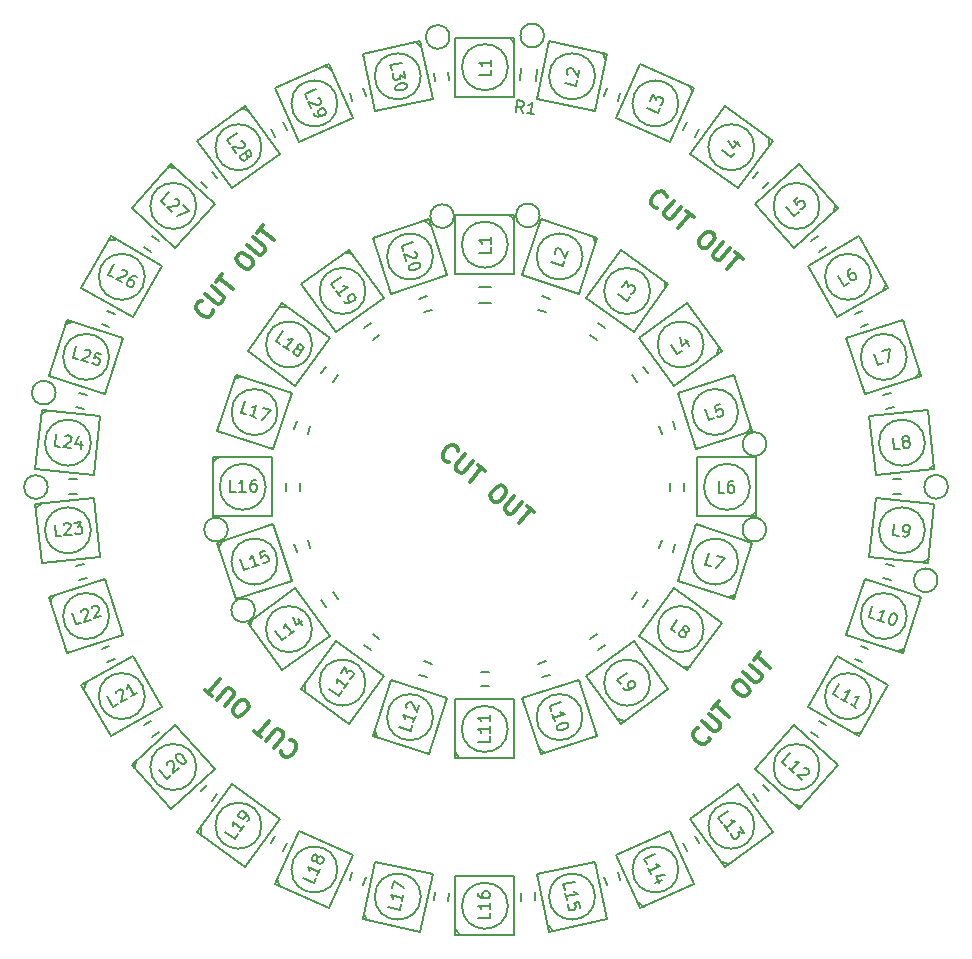
<source format=gto>
G04 #@! TF.FileFunction,Legend,Top*
%FSLAX46Y46*%
G04 Gerber Fmt 4.6, Leading zero omitted, Abs format (unit mm)*
G04 Created by KiCad (PCBNEW 4.0.1-stable) date 2/5/2016 11:19:16 AM*
%MOMM*%
G01*
G04 APERTURE LIST*
%ADD10C,0.100000*%
%ADD11C,0.300000*%
%ADD12C,0.150000*%
G04 APERTURE END LIST*
D10*
D11*
X148162418Y-93371754D02*
X148061786Y-93380558D01*
X147851721Y-93297535D01*
X147742286Y-93205708D01*
X147624047Y-93013251D01*
X147606438Y-92811989D01*
X147643548Y-92656641D01*
X147772484Y-92391857D01*
X147910224Y-92227705D01*
X148148596Y-92054749D01*
X148295140Y-91991227D01*
X148496402Y-91973619D01*
X148706467Y-92056641D01*
X148815902Y-92148468D01*
X148934141Y-92340926D01*
X148942945Y-92441558D01*
X149527230Y-92745343D02*
X148746702Y-93675540D01*
X148709592Y-93830887D01*
X148718396Y-93931519D01*
X148781918Y-94078063D01*
X149000787Y-94261716D01*
X149156136Y-94298826D01*
X149256767Y-94290022D01*
X149403311Y-94226501D01*
X150183839Y-93296303D01*
X150566861Y-93617697D02*
X151223471Y-94168658D01*
X149930985Y-95042245D02*
X150895167Y-93893178D01*
X152700842Y-95408320D02*
X152919712Y-95591973D01*
X152983234Y-95738518D01*
X153000842Y-95939780D01*
X152871905Y-96204562D01*
X152550512Y-96587585D01*
X152312140Y-96760542D01*
X152110879Y-96778150D01*
X151955530Y-96741040D01*
X151736661Y-96557386D01*
X151673139Y-96410843D01*
X151655531Y-96209581D01*
X151784467Y-95944797D01*
X152105861Y-95561775D01*
X152344232Y-95388819D01*
X152545494Y-95371211D01*
X152700842Y-95408320D01*
X153685757Y-96234761D02*
X152905229Y-97164958D01*
X152868119Y-97320306D01*
X152876923Y-97420938D01*
X152940445Y-97567481D01*
X153159315Y-97751135D01*
X153314663Y-97788245D01*
X153415294Y-97779440D01*
X153561839Y-97715919D01*
X154342367Y-96785722D01*
X154725389Y-97107116D02*
X155381998Y-97658077D01*
X154089513Y-98531664D02*
X155053694Y-97382597D01*
X134677582Y-116948246D02*
X134778214Y-116939442D01*
X134988279Y-117022465D01*
X135097714Y-117114292D01*
X135215953Y-117306749D01*
X135233562Y-117508011D01*
X135196452Y-117663359D01*
X135067516Y-117928143D01*
X134929776Y-118092295D01*
X134691404Y-118265251D01*
X134544860Y-118328773D01*
X134343598Y-118346381D01*
X134133533Y-118263359D01*
X134024098Y-118171532D01*
X133905859Y-117979074D01*
X133897055Y-117878442D01*
X133312770Y-117574657D02*
X134093298Y-116644460D01*
X134130408Y-116489113D01*
X134121604Y-116388481D01*
X134058082Y-116241937D01*
X133839213Y-116058284D01*
X133683864Y-116021174D01*
X133583233Y-116029978D01*
X133436689Y-116093499D01*
X132656161Y-117023697D01*
X132273139Y-116702303D02*
X131616529Y-116151342D01*
X132909015Y-115277755D02*
X131944833Y-116426822D01*
X130139158Y-114911680D02*
X129920288Y-114728027D01*
X129856766Y-114581482D01*
X129839158Y-114380220D01*
X129968095Y-114115438D01*
X130289488Y-113732415D01*
X130527860Y-113559458D01*
X130729121Y-113541850D01*
X130884470Y-113578960D01*
X131103339Y-113762614D01*
X131166861Y-113909157D01*
X131184469Y-114110419D01*
X131055533Y-114375203D01*
X130734139Y-114758225D01*
X130495768Y-114931181D01*
X130294506Y-114948789D01*
X130139158Y-114911680D01*
X129154243Y-114085239D02*
X129934771Y-113155042D01*
X129971881Y-112999694D01*
X129963077Y-112899062D01*
X129899555Y-112752519D01*
X129680685Y-112568865D01*
X129525337Y-112531755D01*
X129424706Y-112540560D01*
X129278161Y-112604081D01*
X128497633Y-113534278D01*
X128114611Y-113212884D02*
X127458002Y-112661923D01*
X128750487Y-111788336D02*
X127786306Y-112937403D01*
X170201754Y-116717582D02*
X170210558Y-116818214D01*
X170127535Y-117028279D01*
X170035708Y-117137714D01*
X169843251Y-117255953D01*
X169641989Y-117273562D01*
X169486641Y-117236452D01*
X169221857Y-117107516D01*
X169057705Y-116969776D01*
X168884749Y-116731404D01*
X168821227Y-116584860D01*
X168803619Y-116383598D01*
X168886641Y-116173533D01*
X168978468Y-116064098D01*
X169170926Y-115945859D01*
X169271558Y-115937055D01*
X169575343Y-115352770D02*
X170505540Y-116133298D01*
X170660887Y-116170408D01*
X170761519Y-116161604D01*
X170908063Y-116098082D01*
X171091716Y-115879213D01*
X171128826Y-115723864D01*
X171120022Y-115623233D01*
X171056501Y-115476689D01*
X170126303Y-114696161D01*
X170447697Y-114313139D02*
X170998658Y-113656529D01*
X171872245Y-114949015D02*
X170723178Y-113984833D01*
X172238320Y-112179158D02*
X172421973Y-111960288D01*
X172568518Y-111896766D01*
X172769780Y-111879158D01*
X173034562Y-112008095D01*
X173417585Y-112329488D01*
X173590542Y-112567860D01*
X173608150Y-112769121D01*
X173571040Y-112924470D01*
X173387386Y-113143339D01*
X173240843Y-113206861D01*
X173039581Y-113224469D01*
X172774797Y-113095533D01*
X172391775Y-112774139D01*
X172218819Y-112535768D01*
X172201211Y-112334506D01*
X172238320Y-112179158D01*
X173064761Y-111194243D02*
X173994958Y-111974771D01*
X174150306Y-112011881D01*
X174250938Y-112003077D01*
X174397481Y-111939555D01*
X174581135Y-111720685D01*
X174618245Y-111565337D01*
X174609440Y-111464706D01*
X174545919Y-111318161D01*
X173615722Y-110537633D01*
X173937116Y-110154611D02*
X174488077Y-109498002D01*
X175361664Y-110790487D02*
X174212597Y-109826306D01*
X128151754Y-80537582D02*
X128160558Y-80638214D01*
X128077535Y-80848279D01*
X127985708Y-80957714D01*
X127793251Y-81075953D01*
X127591989Y-81093562D01*
X127436641Y-81056452D01*
X127171857Y-80927516D01*
X127007705Y-80789776D01*
X126834749Y-80551404D01*
X126771227Y-80404860D01*
X126753619Y-80203598D01*
X126836641Y-79993533D01*
X126928468Y-79884098D01*
X127120926Y-79765859D01*
X127221558Y-79757055D01*
X127525343Y-79172770D02*
X128455540Y-79953298D01*
X128610887Y-79990408D01*
X128711519Y-79981604D01*
X128858063Y-79918082D01*
X129041716Y-79699213D01*
X129078826Y-79543864D01*
X129070022Y-79443233D01*
X129006501Y-79296689D01*
X128076303Y-78516161D01*
X128397697Y-78133139D02*
X128948658Y-77476529D01*
X129822245Y-78769015D02*
X128673178Y-77804833D01*
X130188320Y-75999158D02*
X130371973Y-75780288D01*
X130518518Y-75716766D01*
X130719780Y-75699158D01*
X130984562Y-75828095D01*
X131367585Y-76149488D01*
X131540542Y-76387860D01*
X131558150Y-76589121D01*
X131521040Y-76744470D01*
X131337386Y-76963339D01*
X131190843Y-77026861D01*
X130989581Y-77044469D01*
X130724797Y-76915533D01*
X130341775Y-76594139D01*
X130168819Y-76355768D01*
X130151211Y-76154506D01*
X130188320Y-75999158D01*
X131014761Y-75014243D02*
X131944958Y-75794771D01*
X132100306Y-75831881D01*
X132200938Y-75823077D01*
X132347481Y-75759555D01*
X132531135Y-75540685D01*
X132568245Y-75385337D01*
X132559440Y-75284706D01*
X132495919Y-75138161D01*
X131565722Y-74357633D01*
X131887116Y-73974611D02*
X132438077Y-73318002D01*
X133311664Y-74610487D02*
X132162597Y-73646306D01*
X165802418Y-71881754D02*
X165701786Y-71890558D01*
X165491721Y-71807535D01*
X165382286Y-71715708D01*
X165264047Y-71523251D01*
X165246438Y-71321989D01*
X165283548Y-71166641D01*
X165412484Y-70901857D01*
X165550224Y-70737705D01*
X165788596Y-70564749D01*
X165935140Y-70501227D01*
X166136402Y-70483619D01*
X166346467Y-70566641D01*
X166455902Y-70658468D01*
X166574141Y-70850926D01*
X166582945Y-70951558D01*
X167167230Y-71255343D02*
X166386702Y-72185540D01*
X166349592Y-72340887D01*
X166358396Y-72441519D01*
X166421918Y-72588063D01*
X166640787Y-72771716D01*
X166796136Y-72808826D01*
X166896767Y-72800022D01*
X167043311Y-72736501D01*
X167823839Y-71806303D01*
X168206861Y-72127697D02*
X168863471Y-72678658D01*
X167570985Y-73552245D02*
X168535167Y-72403178D01*
X170340842Y-73918320D02*
X170559712Y-74101973D01*
X170623234Y-74248518D01*
X170640842Y-74449780D01*
X170511905Y-74714562D01*
X170190512Y-75097585D01*
X169952140Y-75270542D01*
X169750879Y-75288150D01*
X169595530Y-75251040D01*
X169376661Y-75067386D01*
X169313139Y-74920843D01*
X169295531Y-74719581D01*
X169424467Y-74454797D01*
X169745861Y-74071775D01*
X169984232Y-73898819D01*
X170185494Y-73881211D01*
X170340842Y-73918320D01*
X171325757Y-74744761D02*
X170545229Y-75674958D01*
X170508119Y-75830306D01*
X170516923Y-75930938D01*
X170580445Y-76077481D01*
X170799315Y-76261135D01*
X170954663Y-76298245D01*
X171055294Y-76289440D01*
X171201839Y-76225919D01*
X171982367Y-75295722D01*
X172365389Y-75617116D02*
X173021998Y-76168077D01*
X171729513Y-77041664D02*
X172693694Y-75892597D01*
D12*
X174331010Y-122057294D02*
X173862618Y-121537093D01*
X174754392Y-120734136D02*
X175222784Y-121254337D01*
X162653398Y-62120639D02*
X162437086Y-62786379D01*
X161295818Y-62415559D02*
X161512130Y-61749819D01*
X169334540Y-65232561D02*
X168984540Y-65838779D01*
X167945310Y-65238779D02*
X168295310Y-64632561D01*
X175222679Y-69665568D02*
X174754287Y-70185769D01*
X173862513Y-69382812D02*
X174330905Y-68862611D01*
X180060473Y-75225915D02*
X179494161Y-75637365D01*
X178788819Y-74666545D02*
X179355131Y-74255095D01*
X183636488Y-81670590D02*
X182997006Y-81955306D01*
X182508922Y-80859052D02*
X183148404Y-80574336D01*
X185794434Y-88717928D02*
X185109730Y-88863467D01*
X184860236Y-87689690D02*
X185544940Y-87544151D01*
X186439999Y-96059929D02*
X185739999Y-96059929D01*
X185739999Y-94859929D02*
X186439999Y-94859929D01*
X185544970Y-103375710D02*
X184860266Y-103230171D01*
X185109760Y-102056394D02*
X185794464Y-102201933D01*
X183148461Y-110345535D02*
X182508979Y-110060819D01*
X182997063Y-108964565D02*
X183636545Y-109249281D01*
X179355214Y-116664790D02*
X178788902Y-116253340D01*
X179494244Y-115282520D02*
X180060556Y-115693970D01*
X168295432Y-126287368D02*
X167945432Y-125681150D01*
X168984662Y-125081150D02*
X169334662Y-125687368D01*
X161512264Y-129170136D02*
X161295952Y-128504396D01*
X162437220Y-128133576D02*
X162653532Y-128799316D01*
X154277963Y-130579609D02*
X154204793Y-129883443D01*
X155398219Y-129758009D02*
X155471389Y-130454175D01*
X146908703Y-130454184D02*
X146981873Y-129758018D01*
X148175299Y-129883452D02*
X148102129Y-130579618D01*
X139726557Y-128799345D02*
X139942869Y-128133605D01*
X141084137Y-128504425D02*
X140867825Y-129170165D01*
X133045418Y-125687415D02*
X133395418Y-125081197D01*
X134434648Y-125681197D02*
X134084648Y-126287415D01*
X127157285Y-121254400D02*
X127625677Y-120734199D01*
X128517451Y-121537156D02*
X128049059Y-122057357D01*
X122319499Y-115694046D02*
X122885811Y-115282596D01*
X123591153Y-116253416D02*
X123024841Y-116664866D01*
X118743492Y-109249367D02*
X119382974Y-108964651D01*
X119871058Y-110060905D02*
X119231576Y-110345621D01*
X116585555Y-102202025D02*
X117270259Y-102056486D01*
X117519753Y-103230263D02*
X116835049Y-103375802D01*
X115940000Y-94860023D02*
X116640000Y-94860023D01*
X116640000Y-96060023D02*
X115940000Y-96060023D01*
X116835039Y-87544243D02*
X117519743Y-87689782D01*
X117270249Y-88863559D02*
X116585545Y-88718020D01*
X119231557Y-80574421D02*
X119871039Y-80859137D01*
X119382955Y-81955391D02*
X118743473Y-81670675D01*
X123024813Y-74255171D02*
X123591125Y-74666621D01*
X122885783Y-75637441D02*
X122319471Y-75225991D01*
X128049024Y-68862673D02*
X128517416Y-69382874D01*
X127625642Y-70185831D02*
X127157250Y-69665630D01*
X134084608Y-64632608D02*
X134434608Y-65238826D01*
X133395378Y-65838826D02*
X133045378Y-65232608D01*
X140867780Y-61749849D02*
X141084092Y-62415589D01*
X139942824Y-62786409D02*
X139726512Y-62120669D01*
X148102083Y-60340386D02*
X148175253Y-61036552D01*
X146981827Y-61161986D02*
X146908657Y-60465820D01*
X114840000Y-87520000D02*
G75*
G03X114840000Y-87520000I-1000000J0D01*
G01*
X156190000Y-57280000D02*
G75*
G03X156190000Y-57280000I-1000000J0D01*
G01*
X114170000Y-95510000D02*
G75*
G03X114170000Y-95510000I-1000000J0D01*
G01*
X190390000Y-95490000D02*
G75*
G03X190390000Y-95490000I-1000000J0D01*
G01*
X189510000Y-103400000D02*
G75*
G03X189510000Y-103400000I-1000000J0D01*
G01*
X148200000Y-57400000D02*
G75*
G03X148200000Y-57400000I-1000000J0D01*
G01*
X155583567Y-60153296D02*
X155479038Y-61147818D01*
X154136433Y-61006704D02*
X154240962Y-60012182D01*
X138698277Y-63029138D02*
G75*
G03X138698277Y-63029138I-1947434J0D01*
G01*
X138155219Y-60159865D02*
X137698124Y-59870791D01*
X137698124Y-59870791D02*
X137718461Y-59916468D01*
X133450138Y-61762116D02*
X135483821Y-66329843D01*
X135483821Y-66329843D02*
X140051548Y-64296160D01*
X140051548Y-64296160D02*
X138017865Y-59728433D01*
X138017865Y-59728433D02*
X133450138Y-61762116D01*
X132271050Y-66739902D02*
G75*
G03X132271050Y-66739902I-1947435J0D01*
G01*
X131100747Y-63641343D02*
X130593538Y-63453621D01*
X130593538Y-63453621D02*
X130622928Y-63494072D01*
X126831609Y-66186823D02*
X129770536Y-70231908D01*
X129770536Y-70231908D02*
X133815621Y-67292981D01*
X133815621Y-67292981D02*
X130876694Y-63247896D01*
X130876694Y-63247896D02*
X126831609Y-66186823D01*
X126755784Y-71705872D02*
G75*
G03X126755784Y-71705872I-1947434J0D01*
G01*
X124924273Y-68513449D02*
X124389119Y-68435284D01*
X124389119Y-68435284D02*
X124426276Y-68468741D01*
X121277661Y-71890908D02*
X124993386Y-75236561D01*
X124993386Y-75236561D02*
X128339039Y-71520836D01*
X128339039Y-71520836D02*
X124623314Y-68175183D01*
X124623314Y-68175183D02*
X121277661Y-71890908D01*
X122393524Y-77710013D02*
G75*
G03X122393524Y-77710013I-1947434J0D01*
G01*
X119895738Y-74563251D02*
X119356026Y-74598058D01*
X119356026Y-74598058D02*
X119399328Y-74623058D01*
X117031026Y-78625077D02*
X121361154Y-81125077D01*
X121361154Y-81125077D02*
X123861154Y-76794949D01*
X123861154Y-76794949D02*
X119531026Y-74294949D01*
X119531026Y-74294949D02*
X117031026Y-78625077D01*
X119374921Y-84489914D02*
G75*
G03X119374921Y-84489914I-1947434J0D01*
G01*
X116234913Y-81526341D02*
X115714232Y-81672600D01*
X115714232Y-81672600D02*
X115761785Y-81688051D01*
X114277303Y-86095013D02*
X119032586Y-87640098D01*
X119032586Y-87640098D02*
X120577671Y-82884815D01*
X120577671Y-82884815D02*
X115822388Y-81339730D01*
X115822388Y-81339730D02*
X114277303Y-86095013D01*
X117831904Y-91749261D02*
G75*
G03X117831904Y-91749261I-1947434J0D01*
G01*
X114101795Y-89098399D02*
X113622901Y-89349718D01*
X113622901Y-89349718D02*
X113672628Y-89354944D01*
X113136844Y-93974245D02*
X118109454Y-94496887D01*
X118109454Y-94496887D02*
X118632096Y-89524277D01*
X118632096Y-89524277D02*
X113659486Y-89001635D01*
X113659486Y-89001635D02*
X113136844Y-93974245D01*
X117831910Y-99170785D02*
G75*
G03X117831910Y-99170785I-1947435J0D01*
G01*
X113589610Y-96948490D02*
X113173434Y-97293884D01*
X113173434Y-97293884D02*
X113223160Y-97288658D01*
X113659491Y-101918411D02*
X118632101Y-101395769D01*
X118632101Y-101395769D02*
X118109459Y-96423159D01*
X118109459Y-96423159D02*
X113136849Y-96945801D01*
X113136849Y-96945801D02*
X113659491Y-101918411D01*
X119374936Y-106430130D02*
G75*
G03X119374936Y-106430130I-1947434J0D01*
G01*
X114720745Y-104733526D02*
X114385474Y-105157901D01*
X114385474Y-105157901D02*
X114433027Y-105142450D01*
X115822403Y-109580314D02*
X120577686Y-108035229D01*
X120577686Y-108035229D02*
X119032601Y-103279946D01*
X119032601Y-103279946D02*
X114277318Y-104825031D01*
X114277318Y-104825031D02*
X115822403Y-109580314D01*
X122393548Y-113210027D02*
G75*
G03X122393548Y-113210027I-1947434J0D01*
G01*
X117445762Y-112113265D02*
X117206050Y-112598072D01*
X117206050Y-112598072D02*
X117249352Y-112573072D01*
X119531050Y-116625091D02*
X123861178Y-114125091D01*
X123861178Y-114125091D02*
X121361178Y-109794963D01*
X121361178Y-109794963D02*
X117031050Y-112294963D01*
X117031050Y-112294963D02*
X119531050Y-116625091D01*
X126755817Y-119214162D02*
G75*
G03X126755817Y-119214162I-1947435J0D01*
G01*
X121645565Y-118765175D02*
X121511889Y-119289227D01*
X121511889Y-119289227D02*
X121549046Y-119255771D01*
X124623346Y-122744851D02*
X128339071Y-119399198D01*
X128339071Y-119399198D02*
X124993418Y-115683473D01*
X124993418Y-115683473D02*
X121277693Y-119029126D01*
X121277693Y-119029126D02*
X124623346Y-122744851D01*
X132271088Y-124180125D02*
G75*
G03X132271088Y-124180125I-1947434J0D01*
G01*
X127136603Y-124398536D02*
X127114804Y-124938929D01*
X127114804Y-124938929D02*
X127144194Y-124898478D01*
X130876733Y-127672131D02*
X133815660Y-123627046D01*
X133815660Y-123627046D02*
X129770575Y-120688119D01*
X129770575Y-120688119D02*
X126831648Y-124733204D01*
X126831648Y-124733204D02*
X130876733Y-127672131D01*
X138698322Y-127890880D02*
G75*
G03X138698322Y-127890880I-1947435J0D01*
G01*
X133678891Y-128767143D02*
X133769923Y-129300260D01*
X133769923Y-129300260D02*
X133790259Y-129254583D01*
X138017909Y-131191585D02*
X140051592Y-126623858D01*
X140051592Y-126623858D02*
X135483865Y-124590175D01*
X135483865Y-124590175D02*
X133450182Y-129157902D01*
X133450182Y-129157902D02*
X138017909Y-131191585D01*
X145756612Y-130184249D02*
G75*
G03X145756612Y-130184249I-1947434J0D01*
G01*
X140986497Y-131680068D02*
X141186381Y-132182608D01*
X141186381Y-132182608D02*
X141196777Y-132133700D01*
X145734768Y-133149397D02*
X146774326Y-128258659D01*
X146774326Y-128258659D02*
X141883588Y-127219101D01*
X141883588Y-127219101D02*
X140844030Y-132109839D01*
X140844030Y-132109839D02*
X145734768Y-133149397D01*
X153137481Y-130959999D02*
G75*
G03X153137481Y-130959999I-1947434J0D01*
G01*
X148740047Y-133009999D02*
X149040047Y-133459999D01*
X149040047Y-133459999D02*
X149040047Y-133409999D01*
X153690047Y-133459999D02*
X153690047Y-128459999D01*
X153690047Y-128459999D02*
X148690047Y-128459999D01*
X148690047Y-128459999D02*
X148690047Y-133459999D01*
X148690047Y-133459999D02*
X153690047Y-133459999D01*
X160518348Y-130184229D02*
G75*
G03X160518348Y-130184229I-1947434J0D01*
G01*
X156600671Y-132698815D02*
X156987676Y-133076608D01*
X156987676Y-133076608D02*
X156977280Y-133027701D01*
X161536062Y-132109819D02*
X160496504Y-127219081D01*
X160496504Y-127219081D02*
X155605766Y-128258639D01*
X155605766Y-128258639D02*
X156645324Y-133149377D01*
X156645324Y-133149377D02*
X161536062Y-132109819D01*
X167576634Y-127890841D02*
G75*
G03X167576634Y-127890841I-1947434J0D01*
G01*
X164224824Y-130760114D02*
X164681919Y-131049188D01*
X164681919Y-131049188D02*
X164661582Y-131003511D01*
X168929905Y-129157863D02*
X166896222Y-124590136D01*
X166896222Y-124590136D02*
X162328495Y-126623819D01*
X162328495Y-126623819D02*
X164362178Y-131191546D01*
X164362178Y-131191546D02*
X168929905Y-129157863D01*
X179519115Y-119214091D02*
G75*
G03X179519115Y-119214091I-1947434J0D01*
G01*
X177455758Y-122406514D02*
X177990912Y-122484679D01*
X177990912Y-122484679D02*
X177953755Y-122451222D01*
X181102370Y-119029055D02*
X177386645Y-115683402D01*
X177386645Y-115683402D02*
X174040992Y-119399127D01*
X174040992Y-119399127D02*
X177756717Y-122744780D01*
X177756717Y-122744780D02*
X181102370Y-119029055D01*
X183881367Y-113209944D02*
G75*
G03X183881367Y-113209944I-1947434J0D01*
G01*
X182484285Y-116356706D02*
X183023997Y-116321899D01*
X183023997Y-116321899D02*
X182980695Y-116296899D01*
X185348997Y-112294880D02*
X181018869Y-109794880D01*
X181018869Y-109794880D02*
X178518869Y-114125008D01*
X178518869Y-114125008D02*
X182848997Y-116625008D01*
X182848997Y-116625008D02*
X185348997Y-112294880D01*
X186899961Y-106430039D02*
G75*
G03X186899961Y-106430039I-1947434J0D01*
G01*
X186145101Y-109393612D02*
X186665782Y-109247353D01*
X186665782Y-109247353D02*
X186618229Y-109231902D01*
X188102711Y-104824940D02*
X183347428Y-103279855D01*
X183347428Y-103279855D02*
X181802343Y-108035138D01*
X181802343Y-108035138D02*
X186557626Y-109580223D01*
X186557626Y-109580223D02*
X188102711Y-104824940D01*
X188442968Y-99170690D02*
G75*
G03X188442968Y-99170690I-1947434J0D01*
G01*
X188278209Y-101821552D02*
X188757103Y-101570233D01*
X188757103Y-101570233D02*
X188707376Y-101565007D01*
X189243160Y-96945706D02*
X184270550Y-96423064D01*
X184270550Y-96423064D02*
X183747908Y-101395674D01*
X183747908Y-101395674D02*
X188720518Y-101918316D01*
X188720518Y-101918316D02*
X189243160Y-96945706D01*
X188442954Y-91749166D02*
G75*
G03X188442954Y-91749166I-1947435J0D01*
G01*
X188790384Y-93971461D02*
X189206560Y-93626067D01*
X189206560Y-93626067D02*
X189156834Y-93631293D01*
X188720503Y-89001540D02*
X183747893Y-89524182D01*
X183747893Y-89524182D02*
X184270535Y-94496792D01*
X184270535Y-94496792D02*
X189243145Y-93974150D01*
X189243145Y-93974150D02*
X188720503Y-89001540D01*
X186899916Y-84489823D02*
G75*
G03X186899916Y-84489823I-1947434J0D01*
G01*
X187659239Y-86186427D02*
X187994510Y-85762052D01*
X187994510Y-85762052D02*
X187946957Y-85777503D01*
X186557581Y-81339639D02*
X181802298Y-82884724D01*
X181802298Y-82884724D02*
X183347383Y-87640007D01*
X183347383Y-87640007D02*
X188102666Y-86094922D01*
X188102666Y-86094922D02*
X186557581Y-81339639D01*
X179519020Y-71705801D02*
G75*
G03X179519020Y-71705801I-1947435J0D01*
G01*
X180734402Y-72154788D02*
X180868078Y-71630736D01*
X180868078Y-71630736D02*
X180830921Y-71664192D01*
X177756621Y-68175112D02*
X174040896Y-71520765D01*
X174040896Y-71520765D02*
X177386549Y-75236490D01*
X177386549Y-75236490D02*
X181102274Y-71890837D01*
X181102274Y-71890837D02*
X177756621Y-68175112D01*
X174003740Y-66739846D02*
G75*
G03X174003740Y-66739846I-1947434J0D01*
G01*
X175243357Y-66521435D02*
X175265156Y-65981042D01*
X175265156Y-65981042D02*
X175235766Y-66021493D01*
X171503227Y-63247840D02*
X168564300Y-67292925D01*
X168564300Y-67292925D02*
X172609385Y-70231852D01*
X172609385Y-70231852D02*
X175548312Y-66186767D01*
X175548312Y-66186767D02*
X171503227Y-63247840D01*
X167576504Y-63029099D02*
G75*
G03X167576504Y-63029099I-1947435J0D01*
G01*
X168701065Y-62152836D02*
X168610033Y-61619719D01*
X168610033Y-61619719D02*
X168589697Y-61665396D01*
X164362047Y-59728394D02*
X162328364Y-64296121D01*
X162328364Y-64296121D02*
X166896091Y-66329804D01*
X166896091Y-66329804D02*
X168929774Y-61762077D01*
X168929774Y-61762077D02*
X164362047Y-59728394D01*
X160518208Y-60735740D02*
G75*
G03X160518208Y-60735740I-1947434J0D01*
G01*
X161393455Y-59239921D02*
X161193571Y-58737381D01*
X161193571Y-58737381D02*
X161183175Y-58786289D01*
X156645184Y-57770592D02*
X155605626Y-62661330D01*
X155605626Y-62661330D02*
X160496364Y-63700888D01*
X160496364Y-63700888D02*
X161535922Y-58810150D01*
X161535922Y-58810150D02*
X156645184Y-57770592D01*
X174003857Y-124180069D02*
G75*
G03X174003857Y-124180069I-1947435J0D01*
G01*
X171279290Y-127278628D02*
X171786499Y-127466350D01*
X171786499Y-127466350D02*
X171757109Y-127425899D01*
X175548428Y-124733148D02*
X172609501Y-120688063D01*
X172609501Y-120688063D02*
X168564416Y-123626990D01*
X168564416Y-123626990D02*
X171503343Y-127672075D01*
X171503343Y-127672075D02*
X175548428Y-124733148D01*
X183881296Y-77709931D02*
G75*
G03X183881296Y-77709931I-1947434J0D01*
G01*
X184934214Y-78806693D02*
X185173926Y-78321886D01*
X185173926Y-78321886D02*
X185130624Y-78346886D01*
X182848926Y-74294867D02*
X178518798Y-76794867D01*
X178518798Y-76794867D02*
X181018798Y-81124995D01*
X181018798Y-81124995D02*
X185348926Y-78624995D01*
X185348926Y-78624995D02*
X182848926Y-74294867D01*
X153137434Y-59960000D02*
G75*
G03X153137434Y-59960000I-1947434J0D01*
G01*
X153640000Y-57910000D02*
X153340000Y-57460000D01*
X153340000Y-57460000D02*
X153340000Y-57510000D01*
X148690000Y-57460000D02*
X148690000Y-62460000D01*
X148690000Y-62460000D02*
X153690000Y-62460000D01*
X153690000Y-62460000D02*
X153690000Y-57460000D01*
X153690000Y-57460000D02*
X148690000Y-57460000D01*
X145756565Y-60735760D02*
G75*
G03X145756565Y-60735760I-1947434J0D01*
G01*
X145779374Y-58221174D02*
X145392369Y-57843381D01*
X145392369Y-57843381D02*
X145402765Y-57892288D01*
X140843983Y-58810170D02*
X141883541Y-63700908D01*
X141883541Y-63700908D02*
X146774279Y-62661350D01*
X146774279Y-62661350D02*
X145734721Y-57770612D01*
X145734721Y-57770612D02*
X140843983Y-58810170D01*
X156052540Y-79361210D02*
X156718280Y-79577522D01*
X156347460Y-80718790D02*
X155681720Y-80502478D01*
X160799515Y-81648865D02*
X161365827Y-82060315D01*
X160660485Y-83031135D02*
X160094173Y-82619685D01*
X164609685Y-85304173D02*
X165021135Y-85870485D01*
X164050315Y-86575827D02*
X163638865Y-86009515D01*
X167092478Y-89951720D02*
X167308790Y-90617460D01*
X166167522Y-90988280D02*
X165951210Y-90322540D01*
X168030000Y-95140000D02*
X168030000Y-95840000D01*
X166830000Y-95840000D02*
X166830000Y-95140000D01*
X167308790Y-100362540D02*
X167092478Y-101028280D01*
X165951210Y-100657460D02*
X166167522Y-99991720D01*
X165011135Y-105099515D02*
X164599685Y-105665827D01*
X163628865Y-104960485D02*
X164040315Y-104394173D01*
X161365827Y-108919685D02*
X160799515Y-109331135D01*
X160094173Y-108360315D02*
X160660485Y-107948865D01*
X156718280Y-111402478D02*
X156052540Y-111618790D01*
X155681720Y-110477522D02*
X156347460Y-110261210D01*
X151530000Y-112340000D02*
X150830000Y-112340000D01*
X150830000Y-111140000D02*
X151530000Y-111140000D01*
X146307460Y-111618790D02*
X145641720Y-111402478D01*
X146012540Y-110261210D02*
X146678280Y-110477522D01*
X141560485Y-109331135D02*
X140994173Y-108919685D01*
X141699515Y-107948865D02*
X142265827Y-108360315D01*
X137750315Y-105675827D02*
X137338865Y-105109515D01*
X138309685Y-104404173D02*
X138721135Y-104970485D01*
X135267522Y-101028280D02*
X135051210Y-100362540D01*
X136192478Y-99991720D02*
X136408790Y-100657460D01*
X134330000Y-95840000D02*
X134330000Y-95140000D01*
X135530000Y-95140000D02*
X135530000Y-95840000D01*
X135051210Y-90617460D02*
X135267522Y-89951720D01*
X136408790Y-90322540D02*
X136192478Y-90988280D01*
X137338865Y-85870485D02*
X137750315Y-85304173D01*
X138721135Y-86009515D02*
X138309685Y-86575827D01*
X140994173Y-82060315D02*
X141560485Y-81648865D01*
X142265827Y-82619685D02*
X141699515Y-83031135D01*
X145641720Y-79577522D02*
X146307460Y-79361210D01*
X146678280Y-80502478D02*
X146012540Y-80718790D01*
X155820000Y-72510000D02*
G75*
G03X155820000Y-72510000I-1000000J0D01*
G01*
X131720000Y-105940000D02*
G75*
G03X131720000Y-105940000I-1000000J0D01*
G01*
X129420000Y-99110000D02*
G75*
G03X129420000Y-99110000I-1000000J0D01*
G01*
X148570000Y-72570000D02*
G75*
G03X148570000Y-72570000I-1000000J0D01*
G01*
X175000000Y-99110000D02*
G75*
G03X175000000Y-99110000I-1000000J0D01*
G01*
X175020000Y-91870000D02*
G75*
G03X175020000Y-91870000I-1000000J0D01*
G01*
X151680000Y-79915000D02*
X150680000Y-79915000D01*
X150680000Y-78565000D02*
X151680000Y-78565000D01*
X153127434Y-74990000D02*
G75*
G03X153127434Y-74990000I-1947434J0D01*
G01*
X153630000Y-72940000D02*
X153330000Y-72490000D01*
X153330000Y-72490000D02*
X153330000Y-72540000D01*
X148680000Y-72490000D02*
X148680000Y-77490000D01*
X148680000Y-77490000D02*
X153680000Y-77490000D01*
X153680000Y-77490000D02*
X153680000Y-72490000D01*
X153680000Y-72490000D02*
X148680000Y-72490000D01*
X159457434Y-75990000D02*
G75*
G03X159457434Y-75990000I-1947434J0D01*
G01*
X160473573Y-74797426D02*
X160327314Y-74276745D01*
X160327314Y-74276745D02*
X160311863Y-74324298D01*
X155904901Y-72839816D02*
X154359816Y-77595099D01*
X154359816Y-77595099D02*
X159115099Y-79140184D01*
X159115099Y-79140184D02*
X160660184Y-74384901D01*
X160660184Y-74384901D02*
X155904901Y-72839816D01*
X165177434Y-78910000D02*
G75*
G03X165177434Y-78910000I-1947434J0D01*
G01*
X166417051Y-78691589D02*
X166438850Y-78151196D01*
X166438850Y-78151196D02*
X166409460Y-78191647D01*
X162676921Y-75417994D02*
X159737994Y-79463079D01*
X159737994Y-79463079D02*
X163783079Y-82402006D01*
X163783079Y-82402006D02*
X166722006Y-78356921D01*
X166722006Y-78356921D02*
X162676921Y-75417994D01*
X169707435Y-83440000D02*
G75*
G03X169707435Y-83440000I-1947435J0D01*
G01*
X170858559Y-84217132D02*
X171046281Y-83709923D01*
X171046281Y-83709923D02*
X171005830Y-83739313D01*
X168313079Y-79947994D02*
X164267994Y-82886921D01*
X164267994Y-82886921D02*
X167206921Y-86932006D01*
X167206921Y-86932006D02*
X171252006Y-83993079D01*
X171252006Y-83993079D02*
X168313079Y-79947994D01*
X172627434Y-89160000D02*
G75*
G03X172627434Y-89160000I-1947434J0D01*
G01*
X173386757Y-90856604D02*
X173722028Y-90432229D01*
X173722028Y-90432229D02*
X173674475Y-90447680D01*
X172285099Y-86009816D02*
X167529816Y-87554901D01*
X167529816Y-87554901D02*
X169074901Y-92310184D01*
X169074901Y-92310184D02*
X173830184Y-90765099D01*
X173830184Y-90765099D02*
X172285099Y-86009816D01*
X173627434Y-95490000D02*
G75*
G03X173627434Y-95490000I-1947434J0D01*
G01*
X173730000Y-97940000D02*
X174180000Y-97640000D01*
X174180000Y-97640000D02*
X174130000Y-97640000D01*
X174180000Y-92990000D02*
X169180000Y-92990000D01*
X169180000Y-92990000D02*
X169180000Y-97990000D01*
X169180000Y-97990000D02*
X174180000Y-97990000D01*
X174180000Y-97990000D02*
X174180000Y-92990000D01*
X172627434Y-101820000D02*
G75*
G03X172627434Y-101820000I-1947434J0D01*
G01*
X171872574Y-104783573D02*
X172393255Y-104637314D01*
X172393255Y-104637314D02*
X172345702Y-104621863D01*
X173830184Y-100214901D02*
X169074901Y-98669816D01*
X169074901Y-98669816D02*
X167529816Y-103425099D01*
X167529816Y-103425099D02*
X172285099Y-104970184D01*
X172285099Y-104970184D02*
X173830184Y-100214901D01*
X169707434Y-107540000D02*
G75*
G03X169707434Y-107540000I-1947434J0D01*
G01*
X167978411Y-110727051D02*
X168518804Y-110748850D01*
X168518804Y-110748850D02*
X168478353Y-110719460D01*
X171252006Y-106986921D02*
X167206921Y-104047994D01*
X167206921Y-104047994D02*
X164267994Y-108093079D01*
X164267994Y-108093079D02*
X168313079Y-111032006D01*
X168313079Y-111032006D02*
X171252006Y-106986921D01*
X165177435Y-112070000D02*
G75*
G03X165177435Y-112070000I-1947435J0D01*
G01*
X162452868Y-115168559D02*
X162960077Y-115356281D01*
X162960077Y-115356281D02*
X162930687Y-115315830D01*
X166722006Y-112623079D02*
X163783079Y-108577994D01*
X163783079Y-108577994D02*
X159737994Y-111516921D01*
X159737994Y-111516921D02*
X162676921Y-115562006D01*
X162676921Y-115562006D02*
X166722006Y-112623079D01*
X159457434Y-114990000D02*
G75*
G03X159457434Y-114990000I-1947434J0D01*
G01*
X155813396Y-117696757D02*
X156237771Y-118032028D01*
X156237771Y-118032028D02*
X156222320Y-117984475D01*
X160660184Y-116595099D02*
X159115099Y-111839816D01*
X159115099Y-111839816D02*
X154359816Y-113384901D01*
X154359816Y-113384901D02*
X155904901Y-118140184D01*
X155904901Y-118140184D02*
X160660184Y-116595099D01*
X153127434Y-115990000D02*
G75*
G03X153127434Y-115990000I-1947434J0D01*
G01*
X148730000Y-118040000D02*
X149030000Y-118490000D01*
X149030000Y-118490000D02*
X149030000Y-118440000D01*
X153680000Y-118490000D02*
X153680000Y-113490000D01*
X153680000Y-113490000D02*
X148680000Y-113490000D01*
X148680000Y-113490000D02*
X148680000Y-118490000D01*
X148680000Y-118490000D02*
X153680000Y-118490000D01*
X146797434Y-114990000D02*
G75*
G03X146797434Y-114990000I-1947434J0D01*
G01*
X141886427Y-116182574D02*
X142032686Y-116703255D01*
X142032686Y-116703255D02*
X142048137Y-116655702D01*
X146455099Y-118140184D02*
X148000184Y-113384901D01*
X148000184Y-113384901D02*
X143244901Y-111839816D01*
X143244901Y-111839816D02*
X141699816Y-116595099D01*
X141699816Y-116595099D02*
X146455099Y-118140184D01*
X141077434Y-112070000D02*
G75*
G03X141077434Y-112070000I-1947434J0D01*
G01*
X135942949Y-112288411D02*
X135921150Y-112828804D01*
X135921150Y-112828804D02*
X135950540Y-112788353D01*
X139683079Y-115562006D02*
X142622006Y-111516921D01*
X142622006Y-111516921D02*
X138576921Y-108577994D01*
X138576921Y-108577994D02*
X135637994Y-112623079D01*
X135637994Y-112623079D02*
X139683079Y-115562006D01*
X136547435Y-107540000D02*
G75*
G03X136547435Y-107540000I-1947435J0D01*
G01*
X131501441Y-106762868D02*
X131313719Y-107270077D01*
X131313719Y-107270077D02*
X131354170Y-107240687D01*
X134046921Y-111032006D02*
X138092006Y-108093079D01*
X138092006Y-108093079D02*
X135153079Y-104047994D01*
X135153079Y-104047994D02*
X131107994Y-106986921D01*
X131107994Y-106986921D02*
X134046921Y-111032006D01*
X133627434Y-101820000D02*
G75*
G03X133627434Y-101820000I-1947434J0D01*
G01*
X128973243Y-100123396D02*
X128637972Y-100547771D01*
X128637972Y-100547771D02*
X128685525Y-100532320D01*
X130074901Y-104970184D02*
X134830184Y-103425099D01*
X134830184Y-103425099D02*
X133285099Y-98669816D01*
X133285099Y-98669816D02*
X128529816Y-100214901D01*
X128529816Y-100214901D02*
X130074901Y-104970184D01*
X132627434Y-95490000D02*
G75*
G03X132627434Y-95490000I-1947434J0D01*
G01*
X128630000Y-93040000D02*
X128180000Y-93340000D01*
X128180000Y-93340000D02*
X128230000Y-93340000D01*
X128180000Y-97990000D02*
X133180000Y-97990000D01*
X133180000Y-97990000D02*
X133180000Y-92990000D01*
X133180000Y-92990000D02*
X128180000Y-92990000D01*
X128180000Y-92990000D02*
X128180000Y-97990000D01*
X133627434Y-89160000D02*
G75*
G03X133627434Y-89160000I-1947434J0D01*
G01*
X130487426Y-86196427D02*
X129966745Y-86342686D01*
X129966745Y-86342686D02*
X130014298Y-86358137D01*
X128529816Y-90765099D02*
X133285099Y-92310184D01*
X133285099Y-92310184D02*
X134830184Y-87554901D01*
X134830184Y-87554901D02*
X130074901Y-86009816D01*
X130074901Y-86009816D02*
X128529816Y-90765099D01*
X136547434Y-83440000D02*
G75*
G03X136547434Y-83440000I-1947434J0D01*
G01*
X134381589Y-80252949D02*
X133841196Y-80231150D01*
X133841196Y-80231150D02*
X133881647Y-80260540D01*
X131107994Y-83993079D02*
X135153079Y-86932006D01*
X135153079Y-86932006D02*
X138092006Y-82886921D01*
X138092006Y-82886921D02*
X134046921Y-79947994D01*
X134046921Y-79947994D02*
X131107994Y-83993079D01*
X141077435Y-78910000D02*
G75*
G03X141077435Y-78910000I-1947435J0D01*
G01*
X139907132Y-75811441D02*
X139399923Y-75623719D01*
X139399923Y-75623719D02*
X139429313Y-75664170D01*
X135637994Y-78356921D02*
X138576921Y-82402006D01*
X138576921Y-82402006D02*
X142622006Y-79463079D01*
X142622006Y-79463079D02*
X139683079Y-75417994D01*
X139683079Y-75417994D02*
X135637994Y-78356921D01*
X146797434Y-75990000D02*
G75*
G03X146797434Y-75990000I-1947434J0D01*
G01*
X146546604Y-73283243D02*
X146122229Y-72947972D01*
X146122229Y-72947972D02*
X146137680Y-72995525D01*
X141699816Y-74384901D02*
X143244901Y-79140184D01*
X143244901Y-79140184D02*
X148000184Y-77595099D01*
X148000184Y-77595099D02*
X146455099Y-72839816D01*
X146455099Y-72839816D02*
X141699816Y-74384901D01*
X154406960Y-63832481D02*
X154125228Y-63324056D01*
X153838662Y-63772751D02*
X153943190Y-62778229D01*
X154322056Y-62818049D01*
X154411795Y-62875363D01*
X154454176Y-62927698D01*
X154491579Y-63027392D01*
X154476646Y-63169467D01*
X154419333Y-63259205D01*
X154366997Y-63301586D01*
X154267303Y-63338989D01*
X153888437Y-63299168D01*
X155354124Y-63932032D02*
X154785825Y-63872302D01*
X155069974Y-63902167D02*
X155174503Y-62907645D01*
X155064854Y-63039764D01*
X154960182Y-63124526D01*
X154860489Y-63161929D01*
X136142113Y-62651199D02*
X135948429Y-62216177D01*
X136861974Y-61809440D01*
X137084864Y-62544212D02*
X137147735Y-62568345D01*
X137229974Y-62635981D01*
X137326816Y-62853493D01*
X137322051Y-62959865D01*
X137297917Y-63022736D01*
X137230281Y-63104975D01*
X137143277Y-63143712D01*
X136993402Y-63158315D01*
X136238955Y-62868709D01*
X136490744Y-63434238D01*
X136684428Y-63869259D02*
X136761902Y-64043268D01*
X136844141Y-64110904D01*
X136907012Y-64135038D01*
X137076255Y-64163937D01*
X137269632Y-64129966D01*
X137617650Y-63975018D01*
X137685285Y-63892779D01*
X137709419Y-63829909D01*
X137714185Y-63723536D01*
X137636711Y-63549527D01*
X137554472Y-63481891D01*
X137491601Y-63457757D01*
X137385228Y-63452992D01*
X137167718Y-63549834D01*
X137100082Y-63632073D01*
X137075947Y-63694944D01*
X137071182Y-63801316D01*
X137148656Y-63975326D01*
X137230895Y-64042961D01*
X137293766Y-64067095D01*
X137400139Y-64071860D01*
X129649609Y-66496785D02*
X129369711Y-66111538D01*
X130178728Y-65523753D01*
X130549516Y-66196126D02*
X130616030Y-66206661D01*
X130710534Y-66255721D01*
X130850483Y-66448344D01*
X130867938Y-66553383D01*
X130857403Y-66619898D01*
X130808344Y-66714402D01*
X130731295Y-66770381D01*
X130587731Y-66815826D01*
X129789558Y-66689408D01*
X130153425Y-67190228D01*
X130951598Y-67316645D02*
X130934143Y-67211606D01*
X130944678Y-67145092D01*
X130993737Y-67050588D01*
X131032262Y-67022598D01*
X131137301Y-67005143D01*
X131203815Y-67015678D01*
X131298319Y-67064738D01*
X131410279Y-67218837D01*
X131427734Y-67323876D01*
X131417199Y-67390390D01*
X131368139Y-67484894D01*
X131329615Y-67512884D01*
X131224576Y-67530339D01*
X131158062Y-67519804D01*
X131063558Y-67470744D01*
X130951598Y-67316645D01*
X130857094Y-67267586D01*
X130790580Y-67257051D01*
X130685540Y-67274507D01*
X130531442Y-67386466D01*
X130482382Y-67480970D01*
X130471847Y-67547484D01*
X130489302Y-67652523D01*
X130601262Y-67806622D01*
X130695766Y-67855681D01*
X130762280Y-67866216D01*
X130867319Y-67848761D01*
X131021417Y-67736802D01*
X131070478Y-67642298D01*
X131081012Y-67575783D01*
X131063558Y-67470744D01*
X124098526Y-71608200D02*
X123744647Y-71289566D01*
X124413778Y-70546422D01*
X124916257Y-71127011D02*
X124983508Y-71123487D01*
X125086147Y-71151825D01*
X125263087Y-71311143D01*
X125301999Y-71410257D01*
X125305524Y-71477508D01*
X125277185Y-71580147D01*
X125213458Y-71650923D01*
X125082480Y-71725223D01*
X124275465Y-71767517D01*
X124735508Y-72181741D01*
X125652353Y-71661639D02*
X126147783Y-72107727D01*
X125160161Y-72564101D01*
X119731470Y-77762057D02*
X119319077Y-77523961D01*
X119819077Y-76657936D01*
X120431287Y-77121367D02*
X120496335Y-77103937D01*
X120602623Y-77110317D01*
X120808821Y-77229365D01*
X120867490Y-77318223D01*
X120884919Y-77383272D01*
X120878540Y-77489560D01*
X120830921Y-77572039D01*
X120718253Y-77671947D01*
X119937666Y-77881104D01*
X120473778Y-78190628D01*
X121716085Y-77753175D02*
X121551127Y-77657936D01*
X121444839Y-77651556D01*
X121379791Y-77668986D01*
X121225883Y-77745085D01*
X121089406Y-77886232D01*
X120898930Y-78216147D01*
X120892550Y-78322435D01*
X120909980Y-78387484D01*
X120968649Y-78476342D01*
X121133607Y-78571581D01*
X121239895Y-78577961D01*
X121304943Y-78560531D01*
X121393802Y-78501862D01*
X121512849Y-78295666D01*
X121519229Y-78189377D01*
X121501800Y-78124328D01*
X121443131Y-78035470D01*
X121278173Y-77940231D01*
X121171885Y-77933851D01*
X121106836Y-77951281D01*
X121017977Y-78009951D01*
X116739304Y-84689398D02*
X116286420Y-84542247D01*
X116595437Y-83591191D01*
X117290621Y-83917209D02*
X117350625Y-83886636D01*
X117455916Y-83870777D01*
X117682359Y-83944353D01*
X117758221Y-84019072D01*
X117788794Y-84079075D01*
X117804652Y-84184367D01*
X117775222Y-84274944D01*
X117685789Y-84396094D01*
X116965746Y-84762974D01*
X117554496Y-84954270D01*
X118723992Y-84282800D02*
X118271108Y-84135649D01*
X118078669Y-84573818D01*
X118138672Y-84543244D01*
X118243964Y-84527386D01*
X118470407Y-84600962D01*
X118546268Y-84675680D01*
X118576842Y-84735684D01*
X118592700Y-84840977D01*
X118519124Y-85067418D01*
X118444406Y-85143280D01*
X118384402Y-85173853D01*
X118279110Y-85189712D01*
X118052668Y-85116136D01*
X117976806Y-85041417D01*
X117946233Y-84981414D01*
X115252801Y-92087467D02*
X114779219Y-92037691D01*
X114883747Y-91043170D01*
X115631523Y-91217527D02*
X115683859Y-91175146D01*
X115783553Y-91137743D01*
X116020344Y-91162631D01*
X116110083Y-91219944D01*
X116152464Y-91272280D01*
X116189867Y-91371973D01*
X116179912Y-91466690D01*
X116117621Y-91603787D01*
X115489592Y-92112355D01*
X116105248Y-92177063D01*
X117027382Y-91603644D02*
X116957696Y-92266659D01*
X116830410Y-91199891D02*
X116518956Y-91885376D01*
X117134613Y-91950084D01*
X115336926Y-99632932D02*
X114863344Y-99682707D01*
X114758815Y-98688185D01*
X115526502Y-98703261D02*
X115568882Y-98650925D01*
X115658621Y-98593612D01*
X115895413Y-98568724D01*
X115995107Y-98606127D01*
X116047442Y-98648508D01*
X116104756Y-98738246D01*
X116114711Y-98832963D01*
X116082285Y-98980015D01*
X115573717Y-99608044D01*
X116189374Y-99543336D01*
X116416352Y-98513971D02*
X117032009Y-98449263D01*
X116740321Y-98862971D01*
X116882397Y-98848038D01*
X116982091Y-98885441D01*
X117034426Y-98927822D01*
X117091740Y-99017562D01*
X117116627Y-99254352D01*
X117079224Y-99354046D01*
X117036844Y-99406382D01*
X116947105Y-99463695D01*
X116662955Y-99493560D01*
X116563261Y-99456157D01*
X116510926Y-99413777D01*
X116988004Y-106996020D02*
X116535120Y-107143171D01*
X116226103Y-106192114D01*
X116980147Y-106047249D02*
X117010721Y-105987246D01*
X117086582Y-105912527D01*
X117313025Y-105838952D01*
X117418317Y-105854810D01*
X117478320Y-105885383D01*
X117553039Y-105961245D01*
X117582469Y-106051822D01*
X117581326Y-106202402D01*
X117214446Y-106922444D01*
X117803196Y-106731148D01*
X117885916Y-105752947D02*
X117916489Y-105692944D01*
X117992350Y-105618225D01*
X118218793Y-105544650D01*
X118324085Y-105560508D01*
X118384088Y-105591081D01*
X118458807Y-105666943D01*
X118488237Y-105757520D01*
X118487094Y-105908100D01*
X118120214Y-106628142D01*
X118708964Y-106436846D01*
X120133875Y-113854928D02*
X119721482Y-114093023D01*
X119221482Y-113226998D01*
X119928930Y-112928524D02*
X119946359Y-112863475D01*
X120005028Y-112774617D01*
X120211226Y-112655569D01*
X120317514Y-112649189D01*
X120382562Y-112666619D01*
X120471421Y-112725288D01*
X120519040Y-112807767D01*
X120549229Y-112955294D01*
X120340071Y-113735880D01*
X120876183Y-113426356D01*
X121700969Y-112950166D02*
X121206097Y-113235880D01*
X121453532Y-113093023D02*
X120953532Y-112226998D01*
X120942482Y-112398335D01*
X120907623Y-112528432D01*
X120848954Y-112617291D01*
X124637049Y-119909888D02*
X124283170Y-120228522D01*
X123614040Y-119485377D01*
X124243972Y-119046339D02*
X124247497Y-118979088D01*
X124286409Y-118879973D01*
X124463349Y-118720656D01*
X124565988Y-118692317D01*
X124633239Y-118695841D01*
X124732353Y-118734754D01*
X124796080Y-118805529D01*
X124856282Y-118943556D01*
X124813988Y-119750571D01*
X125274031Y-119336347D01*
X125064941Y-118178979D02*
X125135718Y-118115252D01*
X125238357Y-118086913D01*
X125305608Y-118090437D01*
X125404722Y-118129350D01*
X125567564Y-118239038D01*
X125726881Y-118415977D01*
X125818946Y-118589392D01*
X125847285Y-118692031D01*
X125843761Y-118759282D01*
X125804848Y-118858397D01*
X125734072Y-118922124D01*
X125631433Y-118950463D01*
X125564182Y-118946938D01*
X125465068Y-118908026D01*
X125302226Y-118798338D01*
X125142909Y-118621398D01*
X125050844Y-118447984D01*
X125022505Y-118345345D01*
X125026029Y-118278094D01*
X125064941Y-118178979D01*
X130300714Y-124896270D02*
X130020816Y-125281517D01*
X129211799Y-124693731D01*
X130804530Y-124202827D02*
X130468653Y-124665123D01*
X130636591Y-124433975D02*
X129827574Y-123846190D01*
X129887168Y-124007208D01*
X129908238Y-124140237D01*
X129890783Y-124245276D01*
X131084428Y-123817581D02*
X131196387Y-123663483D01*
X131213842Y-123558443D01*
X131203307Y-123491929D01*
X131143713Y-123330910D01*
X131017604Y-123180427D01*
X130709407Y-122956508D01*
X130604368Y-122939053D01*
X130537854Y-122949588D01*
X130443350Y-122998648D01*
X130331390Y-123152747D01*
X130313935Y-123257786D01*
X130324470Y-123324300D01*
X130373529Y-123418804D01*
X130566152Y-123558753D01*
X130671191Y-123576208D01*
X130737706Y-123565673D01*
X130832210Y-123516614D01*
X130944170Y-123362515D01*
X130961625Y-123257476D01*
X130951089Y-123190961D01*
X130902030Y-123096457D01*
X136877344Y-128596145D02*
X136683660Y-129031167D01*
X135770114Y-128624431D01*
X137225976Y-127813106D02*
X136993554Y-128335132D01*
X137109765Y-128074120D02*
X136196219Y-127667383D01*
X136287989Y-127812492D01*
X136336256Y-127938233D01*
X136341022Y-128044606D01*
X136936370Y-127058659D02*
X136854131Y-127126295D01*
X136791260Y-127150429D01*
X136684888Y-127155194D01*
X136641386Y-127135826D01*
X136573750Y-127053587D01*
X136549616Y-126990716D01*
X136544851Y-126884344D01*
X136622325Y-126710334D01*
X136704564Y-126642699D01*
X136767434Y-126618565D01*
X136873807Y-126613800D01*
X136917309Y-126633168D01*
X136984945Y-126715407D01*
X137009079Y-126778277D01*
X137013844Y-126884650D01*
X136936370Y-127058659D01*
X136941135Y-127165032D01*
X136965269Y-127227903D01*
X137032906Y-127310142D01*
X137206914Y-127387615D01*
X137313287Y-127382850D01*
X137376157Y-127358716D01*
X137458396Y-127291080D01*
X137535870Y-127117071D01*
X137531105Y-127010698D01*
X137506971Y-126947828D01*
X137439335Y-126865589D01*
X137265327Y-126788115D01*
X137158953Y-126792880D01*
X137096083Y-126817014D01*
X137013844Y-126884650D01*
X144079504Y-130847810D02*
X143980498Y-131313595D01*
X143002351Y-131105684D01*
X144257714Y-130009398D02*
X144138907Y-130568340D01*
X144198310Y-130288869D02*
X143220163Y-130080958D01*
X143340097Y-130203816D01*
X143413453Y-130316774D01*
X143440230Y-130419831D01*
X143348870Y-129475437D02*
X143487478Y-128823339D01*
X144376521Y-129450457D01*
X151592428Y-131552856D02*
X151592428Y-132029047D01*
X150592428Y-132029047D01*
X151592428Y-130695713D02*
X151592428Y-131267142D01*
X151592428Y-130981428D02*
X150592428Y-130981428D01*
X150735285Y-131076666D01*
X150830523Y-131171904D01*
X150878142Y-131267142D01*
X150592428Y-129838570D02*
X150592428Y-130029047D01*
X150640047Y-130124285D01*
X150687666Y-130171904D01*
X150830523Y-130267142D01*
X151020999Y-130314761D01*
X151401952Y-130314761D01*
X151497190Y-130267142D01*
X151544809Y-130219523D01*
X151592428Y-130124285D01*
X151592428Y-129933808D01*
X151544809Y-129838570D01*
X151497190Y-129790951D01*
X151401952Y-129743332D01*
X151163857Y-129743332D01*
X151068618Y-129790951D01*
X151020999Y-129838570D01*
X150973380Y-129933808D01*
X150973380Y-130124285D01*
X151020999Y-130219523D01*
X151068618Y-130267142D01*
X151163857Y-130314761D01*
X157935458Y-129610963D02*
X157836452Y-129145178D01*
X158814600Y-128937266D01*
X158113668Y-130449376D02*
X157994861Y-129890434D01*
X158054265Y-130169904D02*
X159032412Y-129961993D01*
X158872876Y-129898537D01*
X158759918Y-129825182D01*
X158693539Y-129741925D01*
X159279926Y-131126455D02*
X159180921Y-130660670D01*
X158705236Y-130713097D01*
X158761715Y-130749775D01*
X158828095Y-130833031D01*
X158877597Y-131065924D01*
X158850820Y-131168981D01*
X158814142Y-131225460D01*
X158730885Y-131291840D01*
X158497993Y-131341343D01*
X158394936Y-131314565D01*
X158338457Y-131277887D01*
X158272077Y-131194631D01*
X158222574Y-130961738D01*
X158249352Y-130858681D01*
X158286029Y-130802202D01*
X164888442Y-127462222D02*
X164694758Y-127027200D01*
X165608303Y-126620463D01*
X165237073Y-128245261D02*
X165004652Y-127723235D01*
X165120863Y-127984247D02*
X166034408Y-127577511D01*
X165865165Y-127548612D01*
X165739424Y-127500344D01*
X165657185Y-127432708D01*
X166194735Y-128757142D02*
X165585705Y-129028300D01*
X166445910Y-128384683D02*
X165696535Y-128457699D01*
X165948325Y-129023228D01*
X176720629Y-119123821D02*
X176366750Y-118805187D01*
X177035881Y-118062043D01*
X177357611Y-119697362D02*
X176932956Y-119315001D01*
X177145283Y-119506181D02*
X177814414Y-118763036D01*
X177648048Y-118805473D01*
X177513546Y-118812522D01*
X177410907Y-118784183D01*
X178246117Y-119279899D02*
X178313368Y-119276375D01*
X178416007Y-119304714D01*
X178592947Y-119464031D01*
X178631859Y-119563146D01*
X178635384Y-119630397D01*
X178607045Y-119733036D01*
X178543318Y-119803811D01*
X178412340Y-119878111D01*
X177605325Y-119920405D01*
X178065368Y-120334629D01*
X181082711Y-113298590D02*
X180670318Y-113060494D01*
X181170318Y-112194469D01*
X181825019Y-113727161D02*
X181330147Y-113441447D01*
X181577582Y-113584304D02*
X182077582Y-112718279D01*
X181923675Y-112794377D01*
X181793578Y-112829237D01*
X181687290Y-112822857D01*
X182649805Y-114203352D02*
X182154933Y-113917637D01*
X182402368Y-114060494D02*
X182902368Y-113194469D01*
X182748461Y-113270568D01*
X182618364Y-113305427D01*
X182512076Y-113299048D01*
X184138336Y-106693727D02*
X183685452Y-106546576D01*
X183994469Y-105595520D01*
X184953528Y-106958599D02*
X184410066Y-106782018D01*
X184681797Y-106870308D02*
X184990814Y-105919252D01*
X184856092Y-106025687D01*
X184736085Y-106086833D01*
X184630793Y-106102691D01*
X185851293Y-106198838D02*
X185941871Y-106228269D01*
X186017733Y-106302987D01*
X186048306Y-106362991D01*
X186064164Y-106468283D01*
X186050592Y-106664151D01*
X185977016Y-106890594D01*
X185872868Y-107057032D01*
X185798149Y-107132894D01*
X185738146Y-107163467D01*
X185632854Y-107179325D01*
X185542276Y-107149895D01*
X185466415Y-107075176D01*
X185435841Y-107015173D01*
X185419983Y-106909881D01*
X185433555Y-106714013D01*
X185507131Y-106487570D01*
X185611280Y-106321132D01*
X185685998Y-106245270D01*
X185746002Y-106214697D01*
X185851293Y-106198838D01*
X186227541Y-99647671D02*
X185753959Y-99597896D01*
X185858487Y-98603374D01*
X186606406Y-99687492D02*
X186795839Y-99707402D01*
X186895534Y-99669999D01*
X186947869Y-99627618D01*
X187057518Y-99495499D01*
X187124787Y-99311044D01*
X187164607Y-98932178D01*
X187127204Y-98832484D01*
X187084823Y-98780148D01*
X186995085Y-98722835D01*
X186805651Y-98702925D01*
X186705957Y-98740328D01*
X186653622Y-98782709D01*
X186596308Y-98872447D01*
X186571421Y-99109238D01*
X186608824Y-99208932D01*
X186651204Y-99261269D01*
X186740943Y-99318582D01*
X186930377Y-99338492D01*
X187030070Y-99301089D01*
X187082406Y-99258707D01*
X187139719Y-99168969D01*
X186332553Y-92271443D02*
X185858970Y-92321219D01*
X185754442Y-91326697D01*
X186746403Y-91653369D02*
X186646710Y-91615966D01*
X186594374Y-91573585D01*
X186537061Y-91483847D01*
X186532083Y-91436489D01*
X186569486Y-91336795D01*
X186611867Y-91284459D01*
X186701606Y-91227146D01*
X186891039Y-91207236D01*
X186990733Y-91244639D01*
X187043069Y-91287019D01*
X187100382Y-91376758D01*
X187105359Y-91424116D01*
X187067956Y-91523810D01*
X187025576Y-91576146D01*
X186935837Y-91633459D01*
X186746403Y-91653369D01*
X186656665Y-91710682D01*
X186614284Y-91763018D01*
X186576881Y-91862713D01*
X186596791Y-92052145D01*
X186654105Y-92141884D01*
X186706440Y-92184265D01*
X186806134Y-92221668D01*
X186995568Y-92201757D01*
X187085306Y-92144444D01*
X187127687Y-92092109D01*
X187165090Y-91992415D01*
X187145180Y-91802982D01*
X187087867Y-91713242D01*
X187035531Y-91670862D01*
X186935837Y-91633459D01*
X184901665Y-85034570D02*
X184448780Y-85181721D01*
X184139763Y-84230664D01*
X184819089Y-84009938D02*
X185453127Y-83803926D01*
X185354548Y-84887419D01*
X177746729Y-72224121D02*
X177392850Y-72542755D01*
X176723720Y-71799610D01*
X177679192Y-70939299D02*
X177325313Y-71257933D01*
X177608559Y-71643674D01*
X177612083Y-71576423D01*
X177650995Y-71477309D01*
X177827935Y-71317991D01*
X177930574Y-71289652D01*
X177997825Y-71293177D01*
X178096940Y-71332090D01*
X178256257Y-71509029D01*
X178284596Y-71611668D01*
X178281071Y-71678919D01*
X178242159Y-71778034D01*
X178065219Y-71937351D01*
X177962580Y-71965690D01*
X177895329Y-71962165D01*
X172335388Y-67210425D02*
X172055490Y-67595671D01*
X171246473Y-67007886D01*
X172243880Y-66202173D02*
X172783225Y-66594030D01*
X171795734Y-66170879D02*
X172233655Y-66783349D01*
X172597522Y-66282528D01*
X165999890Y-63431370D02*
X165806206Y-63866392D01*
X164892661Y-63459655D01*
X165183187Y-62807123D02*
X165434976Y-62241594D01*
X165647414Y-62701057D01*
X165705520Y-62570550D01*
X165787759Y-62502914D01*
X165850629Y-62478780D01*
X165957003Y-62474015D01*
X166174513Y-62570857D01*
X166242149Y-62653096D01*
X166266283Y-62715967D01*
X166271048Y-62822339D01*
X166154838Y-63083353D01*
X166072599Y-63150989D01*
X166009728Y-63175123D01*
X159017130Y-61052122D02*
X158918124Y-61517907D01*
X157939976Y-61309996D01*
X158191542Y-60584541D02*
X158154864Y-60528062D01*
X158128087Y-60425005D01*
X158177590Y-60192112D01*
X158243969Y-60108856D01*
X158300448Y-60072178D01*
X158403506Y-60045400D01*
X158496662Y-60065201D01*
X158626497Y-60141482D01*
X159066632Y-60819230D01*
X159195340Y-60213710D01*
X171242736Y-123914828D02*
X170962838Y-123529581D01*
X171771855Y-122941796D01*
X171746552Y-124608271D02*
X171410675Y-124145975D01*
X171578613Y-124377123D02*
X172387630Y-123789337D01*
X172216077Y-123796257D01*
X172083048Y-123775188D01*
X171988544Y-123726128D01*
X172751497Y-124290158D02*
X173115365Y-124790978D01*
X172611239Y-124745223D01*
X172695209Y-124860798D01*
X172712664Y-124965837D01*
X172702129Y-125032351D01*
X172653069Y-125126856D01*
X172460446Y-125266804D01*
X172355407Y-125284259D01*
X172288893Y-125273724D01*
X172194389Y-125224665D01*
X172026450Y-124993517D01*
X172008995Y-124888478D01*
X172019530Y-124821963D01*
X181997415Y-78253338D02*
X181585021Y-78491434D01*
X181085021Y-77625409D01*
X182157244Y-77006361D02*
X181992286Y-77101599D01*
X181933617Y-77190457D01*
X181916187Y-77255506D01*
X181905137Y-77426843D01*
X181959136Y-77615609D01*
X182149612Y-77945524D01*
X182238470Y-78004193D01*
X182303519Y-78021623D01*
X182409807Y-78015243D01*
X182574765Y-77920005D01*
X182633434Y-77831147D01*
X182650864Y-77766098D01*
X182644484Y-77659810D01*
X182525437Y-77453614D01*
X182436578Y-77394944D01*
X182371529Y-77377514D01*
X182265241Y-77383894D01*
X182100283Y-77479132D01*
X182041614Y-77567990D01*
X182024184Y-77633039D01*
X182030565Y-77739328D01*
X151692381Y-60176666D02*
X151692381Y-60652857D01*
X150692381Y-60652857D01*
X151692381Y-59319523D02*
X151692381Y-59890952D01*
X151692381Y-59605238D02*
X150692381Y-59605238D01*
X150835238Y-59700476D01*
X150930476Y-59795714D01*
X150978095Y-59890952D01*
X143292281Y-60239518D02*
X143193275Y-59773733D01*
X144171423Y-59565821D01*
X144319931Y-60264499D02*
X144448639Y-60870019D01*
X144006707Y-60623173D01*
X144036409Y-60762910D01*
X144009632Y-60865967D01*
X143972954Y-60922446D01*
X143889697Y-60988826D01*
X143656805Y-61038328D01*
X143553747Y-61011551D01*
X143497268Y-60974873D01*
X143430889Y-60891617D01*
X143371485Y-60612146D01*
X143398263Y-60509088D01*
X143434941Y-60452609D01*
X144577346Y-61475538D02*
X144597147Y-61568696D01*
X144570370Y-61671753D01*
X144533692Y-61728232D01*
X144450436Y-61794612D01*
X144274023Y-61880793D01*
X144041130Y-61930295D01*
X143844915Y-61923319D01*
X143741858Y-61896542D01*
X143685379Y-61859864D01*
X143619000Y-61776608D01*
X143599198Y-61683450D01*
X143625976Y-61580393D01*
X143662653Y-61523914D01*
X143745910Y-61457534D01*
X143922323Y-61371354D01*
X144155216Y-61321851D01*
X144351430Y-61328827D01*
X144454487Y-61355604D01*
X144510966Y-61392282D01*
X144577346Y-61475538D01*
X151682381Y-75206666D02*
X151682381Y-75682857D01*
X150682381Y-75682857D01*
X151682381Y-74349523D02*
X151682381Y-74920952D01*
X151682381Y-74635238D02*
X150682381Y-74635238D01*
X150825238Y-74730476D01*
X150920476Y-74825714D01*
X150968095Y-74920952D01*
X157920839Y-76351306D02*
X157773688Y-76804191D01*
X156822632Y-76495174D01*
X157148650Y-75799989D02*
X157118077Y-75739986D01*
X157102218Y-75634694D01*
X157175794Y-75408251D01*
X157250513Y-75332390D01*
X157310516Y-75301816D01*
X157415808Y-75285958D01*
X157506385Y-75315388D01*
X157627535Y-75404822D01*
X157994415Y-76124864D01*
X158185711Y-75536115D01*
X163509082Y-79380579D02*
X163229184Y-79765825D01*
X162420167Y-79178040D01*
X162840014Y-78600170D02*
X163203881Y-78099350D01*
X163316149Y-78592941D01*
X163400119Y-78477366D01*
X163494623Y-78428307D01*
X163561137Y-78417772D01*
X163666177Y-78435228D01*
X163858800Y-78575176D01*
X163907859Y-78669680D01*
X163918394Y-78736195D01*
X163900939Y-78841234D01*
X163733000Y-79072382D01*
X163638496Y-79121441D01*
X163571982Y-79131976D01*
X167880005Y-83973788D02*
X167494759Y-84253686D01*
X166906973Y-83444669D01*
X168104542Y-82986606D02*
X168496399Y-83525951D01*
X167688001Y-82818359D02*
X167915225Y-83536177D01*
X168416045Y-83172310D01*
X170629183Y-89704747D02*
X170176298Y-89851898D01*
X169867281Y-88900841D01*
X171090069Y-88503533D02*
X170637184Y-88650684D01*
X170739047Y-89118283D01*
X170769620Y-89058280D01*
X170845482Y-88983561D01*
X171071924Y-88909985D01*
X171177216Y-88925844D01*
X171237220Y-88956417D01*
X171311938Y-89032280D01*
X171385514Y-89258721D01*
X171369656Y-89364013D01*
X171339082Y-89424017D01*
X171263221Y-89498735D01*
X171036778Y-89572311D01*
X170931486Y-89556453D01*
X170871483Y-89525879D01*
X171463334Y-95992381D02*
X170987143Y-95992381D01*
X170987143Y-94992381D01*
X172225239Y-94992381D02*
X172034762Y-94992381D01*
X171939524Y-95040000D01*
X171891905Y-95087619D01*
X171796667Y-95230476D01*
X171749048Y-95420952D01*
X171749048Y-95801905D01*
X171796667Y-95897143D01*
X171844286Y-95944762D01*
X171939524Y-95992381D01*
X172130001Y-95992381D01*
X172225239Y-95944762D01*
X172272858Y-95897143D01*
X172320477Y-95801905D01*
X172320477Y-95563810D01*
X172272858Y-95468571D01*
X172225239Y-95420952D01*
X172130001Y-95373333D01*
X171939524Y-95373333D01*
X171844286Y-95420952D01*
X171796667Y-95468571D01*
X171749048Y-95563810D01*
X170318694Y-102230839D02*
X169865809Y-102083688D01*
X170174826Y-101132632D01*
X170854153Y-101353358D02*
X171488191Y-101559370D01*
X170771577Y-102377990D01*
X167289421Y-107819082D02*
X166904175Y-107539184D01*
X167491960Y-106730167D01*
X168010545Y-107636684D02*
X167961485Y-107542180D01*
X167950951Y-107475665D01*
X167968405Y-107370626D01*
X167996395Y-107332102D01*
X168090899Y-107283042D01*
X168157414Y-107272508D01*
X168262453Y-107289963D01*
X168416552Y-107401922D01*
X168465611Y-107496426D01*
X168476146Y-107562941D01*
X168458691Y-107667979D01*
X168430701Y-107706504D01*
X168336197Y-107755563D01*
X168269683Y-107766098D01*
X168164644Y-107748643D01*
X168010545Y-107636684D01*
X167905506Y-107619229D01*
X167838992Y-107629764D01*
X167744487Y-107678824D01*
X167632528Y-107832922D01*
X167615073Y-107937961D01*
X167625608Y-108004475D01*
X167674667Y-108098980D01*
X167828766Y-108210939D01*
X167933805Y-108228394D01*
X168000320Y-108217859D01*
X168094824Y-108168800D01*
X168206783Y-108014701D01*
X168224238Y-107909662D01*
X168213703Y-107843147D01*
X168164644Y-107748643D01*
X162696212Y-112190005D02*
X162416314Y-111804759D01*
X163225331Y-111216973D01*
X162920130Y-112498202D02*
X163032089Y-112652300D01*
X163126594Y-112701360D01*
X163193108Y-112711895D01*
X163364661Y-112704975D01*
X163546750Y-112631541D01*
X163854947Y-112407622D01*
X163904006Y-112313118D01*
X163914541Y-112246604D01*
X163897086Y-112141565D01*
X163785127Y-111987466D01*
X163690623Y-111938406D01*
X163624108Y-111927872D01*
X163519069Y-111945326D01*
X163326447Y-112085275D01*
X163277387Y-112179779D01*
X163266851Y-112246294D01*
X163284306Y-112351333D01*
X163396266Y-112505432D01*
X163490770Y-112554492D01*
X163557285Y-112565026D01*
X163662324Y-112547571D01*
X156818102Y-114486298D02*
X156670951Y-114033414D01*
X157622008Y-113724397D01*
X157082974Y-115301490D02*
X156906393Y-114758028D01*
X156994683Y-115029758D02*
X157945740Y-114720741D01*
X157780445Y-114674310D01*
X157660438Y-114613163D01*
X157585719Y-114537302D01*
X158225327Y-115581221D02*
X158254757Y-115671799D01*
X158238899Y-115777091D01*
X158208326Y-115837094D01*
X158132464Y-115911813D01*
X157966026Y-116015961D01*
X157739583Y-116089537D01*
X157543714Y-116103109D01*
X157438423Y-116087251D01*
X157378419Y-116056678D01*
X157303701Y-115980816D01*
X157274270Y-115890238D01*
X157290128Y-115784946D01*
X157320702Y-115724943D01*
X157396563Y-115650224D01*
X157563002Y-115546076D01*
X157789444Y-115472500D01*
X157985313Y-115458928D01*
X158090605Y-115474786D01*
X158150608Y-115505360D01*
X158225327Y-115581221D01*
X151582381Y-116582857D02*
X151582381Y-117059048D01*
X150582381Y-117059048D01*
X151582381Y-115725714D02*
X151582381Y-116297143D01*
X151582381Y-116011429D02*
X150582381Y-116011429D01*
X150725238Y-116106667D01*
X150820476Y-116201905D01*
X150868095Y-116297143D01*
X151582381Y-114773333D02*
X151582381Y-115344762D01*
X151582381Y-115059048D02*
X150582381Y-115059048D01*
X150725238Y-115154286D01*
X150820476Y-115249524D01*
X150868095Y-115344762D01*
X145049484Y-115678183D02*
X144902333Y-116131067D01*
X143951277Y-115822050D01*
X145314356Y-114862991D02*
X145137775Y-115406453D01*
X145226065Y-115134722D02*
X144275009Y-114825705D01*
X144381444Y-114960427D01*
X144442590Y-115080434D01*
X144458448Y-115185726D01*
X144571597Y-114221098D02*
X144541023Y-114161094D01*
X144525165Y-114055802D01*
X144598741Y-113829360D01*
X144673460Y-113753498D01*
X144733463Y-113722925D01*
X144838755Y-113707066D01*
X144929331Y-113736497D01*
X145050481Y-113825930D01*
X145417361Y-114545973D01*
X145608658Y-113957223D01*
X139107060Y-112786145D02*
X138827162Y-113171392D01*
X138018145Y-112583606D01*
X139610876Y-112092702D02*
X139274999Y-112554998D01*
X139442937Y-112323850D02*
X138633920Y-111736065D01*
X138693514Y-111897083D01*
X138714584Y-112030112D01*
X138697129Y-112135151D01*
X138997787Y-111235245D02*
X139361655Y-110734424D01*
X139473922Y-111228015D01*
X139557892Y-111112440D01*
X139652396Y-111063381D01*
X139718911Y-111052846D01*
X139823950Y-111070302D01*
X140016573Y-111210250D01*
X140065633Y-111304755D01*
X140076168Y-111371269D01*
X140058713Y-111476308D01*
X139890774Y-111707456D01*
X139796269Y-111756515D01*
X139729755Y-111767050D01*
X134356883Y-108214006D02*
X133971636Y-108493904D01*
X133383851Y-107684887D01*
X135050326Y-107710190D02*
X134588030Y-108046067D01*
X134819178Y-107878129D02*
X134231392Y-107069112D01*
X134238312Y-107240665D01*
X134217243Y-107373694D01*
X134168183Y-107468198D01*
X135351912Y-106667029D02*
X135743769Y-107206374D01*
X134935370Y-106498781D02*
X135162594Y-107216600D01*
X135663415Y-106852732D01*
X131240502Y-102385890D02*
X130787618Y-102533041D01*
X130478601Y-101581984D01*
X132055694Y-102121018D02*
X131512232Y-102297599D01*
X131783962Y-102209309D02*
X131474945Y-101258252D01*
X131428514Y-101423547D01*
X131367367Y-101543554D01*
X131291506Y-101618273D01*
X132607156Y-100890375D02*
X132154272Y-101037526D01*
X132256134Y-101505124D01*
X132286707Y-101445121D01*
X132362569Y-101370402D01*
X132589012Y-101296827D01*
X132694304Y-101312685D01*
X132754307Y-101343258D01*
X132829026Y-101419121D01*
X132902601Y-101645563D01*
X132886743Y-101750854D01*
X132856170Y-101810858D01*
X132780308Y-101885576D01*
X132553865Y-101959152D01*
X132448574Y-101943294D01*
X132388570Y-101912721D01*
X130087143Y-95892381D02*
X129610952Y-95892381D01*
X129610952Y-94892381D01*
X130944286Y-95892381D02*
X130372857Y-95892381D01*
X130658571Y-95892381D02*
X130658571Y-94892381D01*
X130563333Y-95035238D01*
X130468095Y-95130476D01*
X130372857Y-95178095D01*
X131801429Y-94892381D02*
X131610952Y-94892381D01*
X131515714Y-94940000D01*
X131468095Y-94987619D01*
X131372857Y-95130476D01*
X131325238Y-95320952D01*
X131325238Y-95701905D01*
X131372857Y-95797143D01*
X131420476Y-95844762D01*
X131515714Y-95892381D01*
X131706191Y-95892381D01*
X131801429Y-95844762D01*
X131849048Y-95797143D01*
X131896667Y-95701905D01*
X131896667Y-95463810D01*
X131849048Y-95368571D01*
X131801429Y-95320952D01*
X131706191Y-95273333D01*
X131515714Y-95273333D01*
X131420476Y-95320952D01*
X131372857Y-95368571D01*
X131325238Y-95463810D01*
X130991817Y-89359484D02*
X130538933Y-89212333D01*
X130847950Y-88261277D01*
X131807009Y-89624356D02*
X131263547Y-89447775D01*
X131535278Y-89536065D02*
X131844295Y-88585009D01*
X131709573Y-88691444D01*
X131589566Y-88752590D01*
X131484274Y-88768448D01*
X132433044Y-88776305D02*
X133067082Y-88982316D01*
X132350469Y-89800937D01*
X133883855Y-83417060D02*
X133498608Y-83137162D01*
X134086394Y-82328145D01*
X134577298Y-83920876D02*
X134115002Y-83584999D01*
X134346150Y-83752937D02*
X134933935Y-82943920D01*
X134772917Y-83003514D01*
X134639888Y-83024584D01*
X134534849Y-83007129D01*
X135375471Y-83794457D02*
X135326411Y-83699953D01*
X135315876Y-83633439D01*
X135333331Y-83528400D01*
X135361321Y-83489875D01*
X135455825Y-83440816D01*
X135522339Y-83430281D01*
X135627378Y-83447736D01*
X135781477Y-83559696D01*
X135830537Y-83654200D01*
X135841072Y-83720714D01*
X135823617Y-83825753D01*
X135795627Y-83864277D01*
X135701123Y-83913337D01*
X135634609Y-83923872D01*
X135529570Y-83906417D01*
X135375471Y-83794457D01*
X135270432Y-83777002D01*
X135203917Y-83787537D01*
X135109413Y-83836597D01*
X134997454Y-83990696D01*
X134979999Y-84095735D01*
X134990534Y-84162249D01*
X135039593Y-84256753D01*
X135193692Y-84368713D01*
X135298731Y-84386168D01*
X135365245Y-84375633D01*
X135459750Y-84326573D01*
X135571709Y-84172475D01*
X135589164Y-84067435D01*
X135578629Y-84000921D01*
X135529570Y-83906417D01*
X138455994Y-78666883D02*
X138176096Y-78281636D01*
X138985113Y-77693851D01*
X138959810Y-79360326D02*
X138623933Y-78898030D01*
X138791871Y-79129178D02*
X139600888Y-78541392D01*
X139429335Y-78548312D01*
X139296306Y-78527243D01*
X139201802Y-78478183D01*
X139239708Y-79745572D02*
X139351667Y-79899670D01*
X139446171Y-79948730D01*
X139512686Y-79959265D01*
X139684239Y-79952345D01*
X139866327Y-79878911D01*
X140174524Y-79654992D01*
X140223584Y-79560488D01*
X140234119Y-79493974D01*
X140216664Y-79388935D01*
X140104704Y-79234836D01*
X140010200Y-79185776D01*
X139943686Y-79175241D01*
X139838647Y-79192696D01*
X139646024Y-79332645D01*
X139596965Y-79427149D01*
X139586429Y-79493664D01*
X139603884Y-79598703D01*
X139715843Y-79752802D01*
X139810347Y-79801861D01*
X139876863Y-79812396D01*
X139981902Y-79794941D01*
X144284110Y-75550502D02*
X144136959Y-75097618D01*
X145088016Y-74788601D01*
X145232881Y-75542645D02*
X145292884Y-75573219D01*
X145367603Y-75649080D01*
X145441178Y-75875523D01*
X145425320Y-75980815D01*
X145394747Y-76040818D01*
X145318885Y-76115537D01*
X145228308Y-76144967D01*
X145077728Y-76143824D01*
X144357686Y-75776944D01*
X144548982Y-76365694D01*
X145691335Y-76645425D02*
X145720765Y-76736003D01*
X145704907Y-76841295D01*
X145674334Y-76901298D01*
X145598472Y-76976017D01*
X145432034Y-77080165D01*
X145205591Y-77153741D01*
X145009722Y-77167313D01*
X144904431Y-77151455D01*
X144844427Y-77120882D01*
X144769709Y-77045020D01*
X144740278Y-76954442D01*
X144756136Y-76849150D01*
X144786710Y-76789147D01*
X144862571Y-76714428D01*
X145029010Y-76610280D01*
X145255452Y-76536704D01*
X145451321Y-76523132D01*
X145556613Y-76538990D01*
X145616616Y-76569564D01*
X145691335Y-76645425D01*
M02*

</source>
